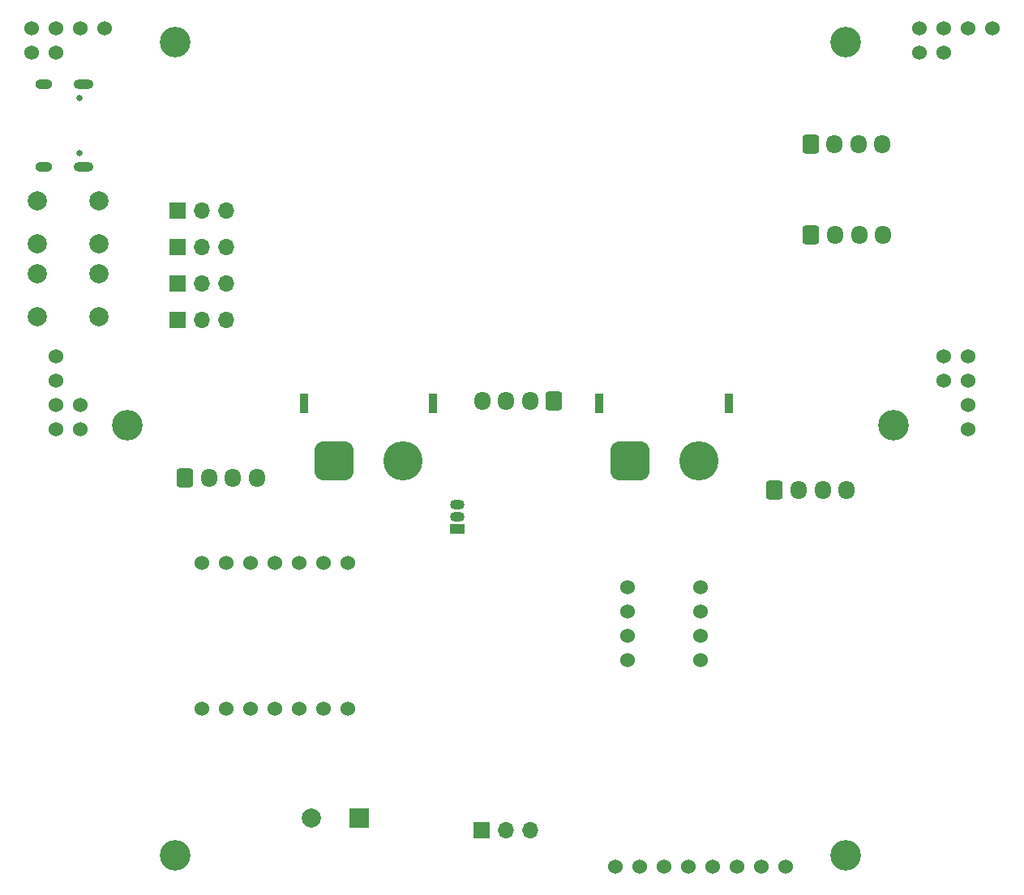
<source format=gbr>
%TF.GenerationSoftware,KiCad,Pcbnew,7.0.9*%
%TF.CreationDate,2024-10-01T14:31:37+09:00*%
%TF.ProjectId,01-main,30312d6d-6169-46e2-9e6b-696361645f70,rev?*%
%TF.SameCoordinates,Original*%
%TF.FileFunction,Soldermask,Bot*%
%TF.FilePolarity,Negative*%
%FSLAX46Y46*%
G04 Gerber Fmt 4.6, Leading zero omitted, Abs format (unit mm)*
G04 Created by KiCad (PCBNEW 7.0.9) date 2024-10-01 14:31:37*
%MOMM*%
%LPD*%
G01*
G04 APERTURE LIST*
G04 Aperture macros list*
%AMRoundRect*
0 Rectangle with rounded corners*
0 $1 Rounding radius*
0 $2 $3 $4 $5 $6 $7 $8 $9 X,Y pos of 4 corners*
0 Add a 4 corners polygon primitive as box body*
4,1,4,$2,$3,$4,$5,$6,$7,$8,$9,$2,$3,0*
0 Add four circle primitives for the rounded corners*
1,1,$1+$1,$2,$3*
1,1,$1+$1,$4,$5*
1,1,$1+$1,$6,$7*
1,1,$1+$1,$8,$9*
0 Add four rect primitives between the rounded corners*
20,1,$1+$1,$2,$3,$4,$5,0*
20,1,$1+$1,$4,$5,$6,$7,0*
20,1,$1+$1,$6,$7,$8,$9,0*
20,1,$1+$1,$8,$9,$2,$3,0*%
G04 Aperture macros list end*
%ADD10RoundRect,0.250000X-0.600000X-0.725000X0.600000X-0.725000X0.600000X0.725000X-0.600000X0.725000X0*%
%ADD11O,1.700000X1.950000*%
%ADD12C,1.524000*%
%ADD13C,3.200000*%
%ADD14R,0.900000X2.000000*%
%ADD15RoundRect,1.025000X-1.025000X-1.025000X1.025000X-1.025000X1.025000X1.025000X-1.025000X1.025000X0*%
%ADD16C,4.100000*%
%ADD17R,1.700000X1.700000*%
%ADD18O,1.700000X1.700000*%
%ADD19C,2.000000*%
%ADD20RoundRect,0.250000X0.600000X0.725000X-0.600000X0.725000X-0.600000X-0.725000X0.600000X-0.725000X0*%
%ADD21C,0.650000*%
%ADD22O,2.100000X1.000000*%
%ADD23O,1.800000X1.000000*%
%ADD24R,2.000000X2.000000*%
%ADD25R,1.500000X1.050000*%
%ADD26O,1.500000X1.050000*%
G04 APERTURE END LIST*
D10*
%TO.C,J7*%
X161350000Y-75675000D03*
D11*
X163850000Y-75675000D03*
X166350000Y-75675000D03*
X168850000Y-75675000D03*
%TD*%
D12*
%TO.C,U2*%
X82550000Y-97790000D03*
X82550000Y-100330000D03*
X82550000Y-102870000D03*
X82550000Y-105410000D03*
X85090000Y-102870000D03*
X85090000Y-105410000D03*
%TD*%
%TO.C,U4*%
X177800000Y-105410000D03*
X177800000Y-102870000D03*
X177800000Y-100330000D03*
X177800000Y-97790000D03*
X175260000Y-100330000D03*
X175260000Y-97790000D03*
%TD*%
%TO.C,U5*%
X180340000Y-63500000D03*
X177800000Y-63500000D03*
X175260000Y-63500000D03*
X172720000Y-63500000D03*
X175260000Y-66040000D03*
X172720000Y-66040000D03*
%TD*%
D13*
%TO.C,REF\u002A\u002A*%
X170000000Y-105000000D03*
%TD*%
%TO.C,REF\u002A\u002A*%
X165000000Y-150000000D03*
%TD*%
D14*
%TO.C,J4*%
X108420000Y-102750000D03*
X121920000Y-102750000D03*
D15*
X111570000Y-108750000D03*
D16*
X118770000Y-108750000D03*
%TD*%
D10*
%TO.C,J3*%
X157600000Y-111760000D03*
D11*
X160100000Y-111760000D03*
X162600000Y-111760000D03*
X165100000Y-111760000D03*
%TD*%
D17*
%TO.C,J9*%
X95250000Y-93980000D03*
D18*
X97790000Y-93980000D03*
X100330000Y-93980000D03*
%TD*%
D13*
%TO.C,REF\u002A\u002A*%
X165000000Y-65000000D03*
%TD*%
D12*
%TO.C,U7*%
X87630000Y-63500000D03*
X85090000Y-63500000D03*
X82550000Y-63500000D03*
X80010000Y-63500000D03*
X82550000Y-66040000D03*
X80010000Y-66040000D03*
%TD*%
D17*
%TO.C,J13*%
X127015000Y-147320000D03*
D18*
X129555000Y-147320000D03*
X132095000Y-147320000D03*
%TD*%
D19*
%TO.C,SW1*%
X80570000Y-81570000D03*
X87070000Y-81570000D03*
X80570000Y-86070000D03*
X87070000Y-86070000D03*
%TD*%
D20*
%TO.C,J1*%
X134560000Y-102510000D03*
D11*
X132060000Y-102510000D03*
X129560000Y-102510000D03*
X127060000Y-102510000D03*
%TD*%
D13*
%TO.C,REF\u002A\u002A*%
X95000000Y-150000000D03*
%TD*%
%TO.C,REF\u002A\u002A*%
X95000000Y-65000000D03*
%TD*%
D12*
%TO.C,U1*%
X142240000Y-121920000D03*
X142240000Y-124460000D03*
X142240000Y-127000000D03*
X142240000Y-129540000D03*
X149860000Y-129540000D03*
X149860000Y-127000000D03*
X149860000Y-124460000D03*
X149860000Y-121920000D03*
%TD*%
D14*
%TO.C,J5*%
X139300000Y-102750000D03*
X152800000Y-102750000D03*
D15*
X142450000Y-108750000D03*
D16*
X149650000Y-108750000D03*
%TD*%
D17*
%TO.C,J12*%
X95250000Y-82550000D03*
D18*
X97790000Y-82550000D03*
X100330000Y-82550000D03*
%TD*%
D17*
%TO.C,J10*%
X95250000Y-90170000D03*
D18*
X97790000Y-90170000D03*
X100330000Y-90170000D03*
%TD*%
D13*
%TO.C,REF\u002A\u002A*%
X90000000Y-105000000D03*
%TD*%
D12*
%TO.C,U6*%
X97790000Y-134620000D03*
X100330000Y-134620000D03*
X102870000Y-134620000D03*
X105410000Y-134620000D03*
X107950000Y-134620000D03*
X110490000Y-134620000D03*
X113030000Y-134620000D03*
X113030000Y-119380000D03*
X110490000Y-119380000D03*
X107950000Y-119380000D03*
X105410000Y-119380000D03*
X102870000Y-119380000D03*
X100330000Y-119380000D03*
X97790000Y-119380000D03*
%TD*%
%TO.C,U13*%
X140970000Y-151130000D03*
X143510000Y-151130000D03*
X146050000Y-151130000D03*
X148590000Y-151130000D03*
X151130000Y-151130000D03*
X153670000Y-151130000D03*
X156210000Y-151130000D03*
X158750000Y-151130000D03*
%TD*%
D10*
%TO.C,J8*%
X161410000Y-85090000D03*
D11*
X163910000Y-85090000D03*
X166410000Y-85090000D03*
X168910000Y-85090000D03*
%TD*%
D21*
%TO.C,J22*%
X84960000Y-70770000D03*
X84960000Y-76550000D03*
D22*
X85460000Y-69340000D03*
D23*
X81280000Y-69340000D03*
D22*
X85460000Y-77980000D03*
D23*
X81280000Y-77980000D03*
%TD*%
D17*
%TO.C,J11*%
X95250000Y-86360000D03*
D18*
X97790000Y-86360000D03*
X100330000Y-86360000D03*
%TD*%
D24*
%TO.C,BZ1*%
X114220000Y-146050000D03*
D19*
X109220000Y-146050000D03*
%TD*%
D25*
%TO.C,Q1*%
X124460000Y-115824000D03*
D26*
X124460000Y-114554000D03*
X124460000Y-113284000D03*
%TD*%
D10*
%TO.C,J2*%
X96005000Y-110490000D03*
D11*
X98505000Y-110490000D03*
X101005000Y-110490000D03*
X103505000Y-110490000D03*
%TD*%
D19*
%TO.C,SW2*%
X80570000Y-89190000D03*
X87070000Y-89190000D03*
X80570000Y-93690000D03*
X87070000Y-93690000D03*
%TD*%
M02*

</source>
